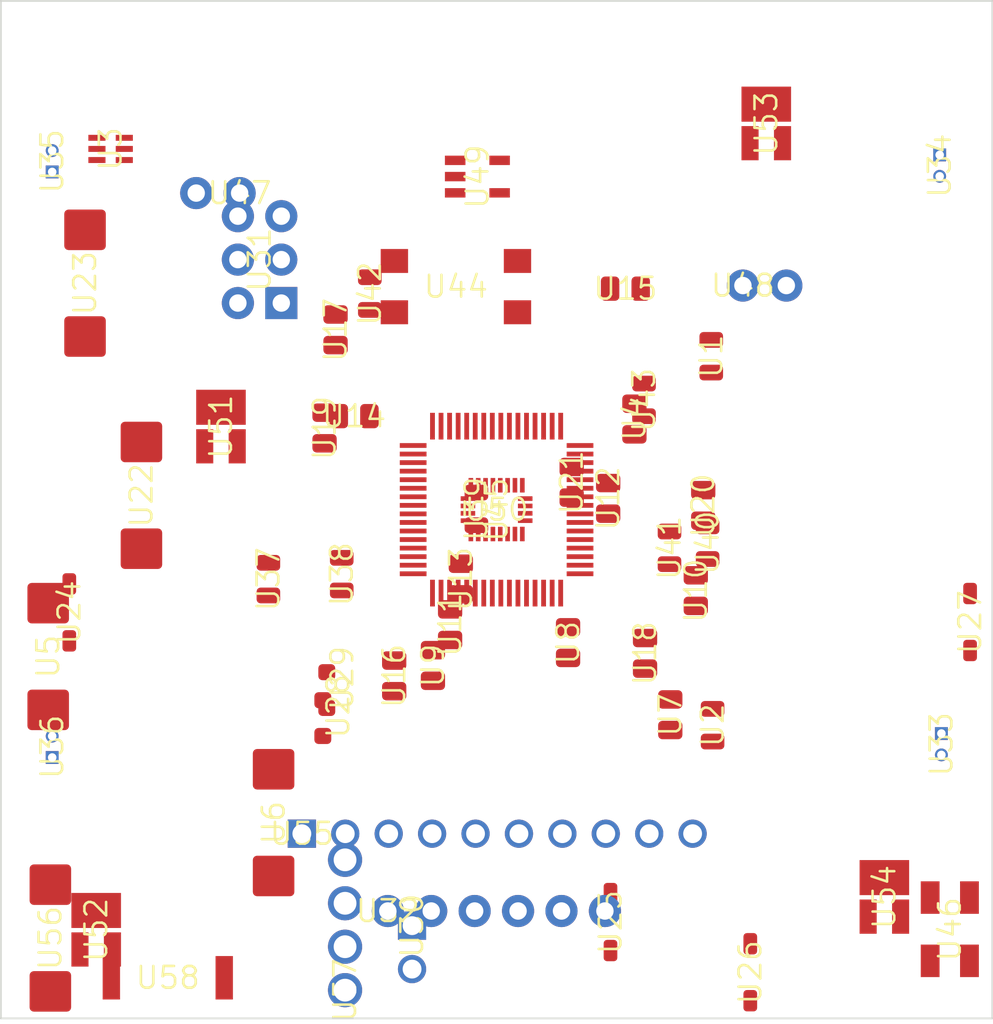
<source format=kicad_pcb>
(kicad_pcb (version 20171130) (host pcbnew "(5.1.4-0-10_14)")
  (layers (0 Top signal) (1 Route2 signal) (2 Route15 signal) (31 Bottom signal) (34 B.Paste user) (35 F.Paste user) (36 B.SilkS user) (37 F.SilkS user) (38 B.Mask user) (39 F.Mask user hide) (44 Edge.Cuts user))
  (net 0 "")
  (net 1 3V3)
  (net 2 GND)
  (net 3 VBAT)
  (net 4 BAT_GND)
  (net 5 "Net-(B1-Pad3)")
  (net 6 "Net-(B1-Pad4)")
  (net 7 "Net-(C3-Pad1)")
  (net 8 "Net-(C1-Pad1)")
  (net 9 "Net-(C2-Pad1)")
  (net 10 /PWM3)
  (net 11 /PWM2)
  (net 12 /PWM1)
  (net 13 /TX0)
  (net 14 /RX0)
  (net 15 /PWM4)
  (net 16 /MISO)
  (net 17 /MOSI)
  (net 18 /SCK)
  (net 19 /SDA)
  (net 20 /SCL)
  (net 21 "Net-(C4-Pad1)")
  (net 22 /RESET)
  (net 23 "Net-(D1-PadA)")
  (net 24 "Net-(C18-Pad1)")
  (net 25 "Net-(C19-Pad1)")
  (net 26 "Net-(B1-Pad2)")
  (net 27 "Net-(B1-Pad1)")
  (net 28 "Net-(D2-PadA)")
  (net 29 "Net-(D3-PadA)")
  (net 30 "Net-(D4-PadA)")
  (net 31 /DTR)
  (net 32 "Net-(D7-Pad1)")
  (net 33 "Net-(D8-Pad2)")
  (net 34 /LED2)
  (net 35 /LED1)
  (module quadcopter:LEDSC125X200X120-2_HS (layer Top) (at 138.567848 115.554190 270.000000)
    (fp_text reference U29 (at -0.7 -0.9 270) (layer F.SilkS) (effects (font (size 1.27 1.27))))
    (fp_text value "" (at -0.7 -0.9 270) (layer F.SilkS) (effects (font (size 1.27 1.27))))
    (pad 1 smd roundrect (at -1.045 0 90.000000) (size 0.94 0.99) (layers Top) (roundrect_rratio 0.255) (net 2 GND))
    (pad 2 smd roundrect (at 1.045 0 270.000000) (size 0.94 0.99) (layers Top) (roundrect_rratio 0.255) (net 33 "Net-(D8-Pad2)"))
  )
  (module quadcopter:LEDSC125X200X120-2_HS (layer Top) (at 138.336491 117.194162 270.000000)
    (fp_text reference U28 (at -0.7 -0.9 270) (layer F.SilkS) (effects (font (size 1.27 1.27))))
    (fp_text value "" (at -0.7 -0.9 270) (layer F.SilkS) (effects (font (size 1.27 1.27))))
    (pad 1 smd roundrect (at -1.045 0 90.000000) (size 0.94 0.99) (layers Top) (roundrect_rratio 0.255) (net 32 "Net-(D7-Pad1)"))
    (pad 2 smd roundrect (at 1.045 0 270.000000) (size 0.94 0.99) (layers Top) (roundrect_rratio 0.255) (net 2 GND))
  )
  (module quadcopter:FTDI_BASIC_2PIN_2 (layer Bottom) (at 132.199503 86.494135 180.000000)
    (fp_text reference U47 (at -1.27 0 180) (layer F.SilkS) (effects (font (size 1.27 1.27))))
    (fp_text value "" (at -1.27 0 180) (layer F.SilkS) (effects (font (size 1.27 1.27))))
    (pad DTR thru_hole circle (at -1.27 0 90.000000) (size 1.8796 1.8796) (drill 1.016) (layers *.Cu *.Mask) (net 31 /DTR))
    (pad CTS thru_hole circle (at 1.27 0 90.000000) (size 1.8796 1.8796) (drill 1.016) (layers *.Cu *.Mask) (net 2 GND))
  )
  (module quadcopter:HDRVR4W80P254_1X4_1066X254X850B (layer Top) (at 139.636792 129.291100 90.000000)
    (fp_text reference U57 (at -3.81 0 90) (layer F.SilkS) (effects (font (size 1.27 1.27))))
    (fp_text value "" (at -3.81 0 90) (layer F.SilkS) (effects (font (size 1.27 1.27))))
    (pad 4 thru_hole circle (at 3.81 0 90.000000) (size 1.9971 1.9971) (drill 1.3314) (layers *.Cu *.Mask) (net 19 /SDA))
    (pad 3 thru_hole circle (at 1.27 0 90.000000) (size 1.9971 1.9971) (drill 1.3314) (layers *.Cu *.Mask) (net 20 /SCL))
    (pad 2 thru_hole circle (at -1.27 0 90.000000) (size 1.9971 1.9971) (drill 1.3314) (layers *.Cu *.Mask) (net 2 GND))
    (pad 1 thru_hole circle (at -3.81 0 90.000000) (size 1.9971 1.9971) (drill 1.3314) (layers *.Cu *.Mask) (net 1 3V3))
  )
  (module quadcopter:FTDI_BASIC (layer Top) (at 148.488400 128.473200)
    (fp_text reference U32 (at -6.35 0) (layer F.SilkS) (effects (font (size 1.27 1.27))))
    (fp_text value "" (at -6.35 0) (layer F.SilkS) (effects (font (size 1.27 1.27))))
    (pad VCC thru_hole circle (at 1.27 0 90.000000) (size 1.8796 1.8796) (drill 1.016) (layers *.Cu *.Mask) (net 1 3V3))
    (pad TXO thru_hole circle (at -1.27 0 90.000000) (size 1.8796 1.8796) (drill 1.016) (layers *.Cu *.Mask) (net 14 /RX0))
    (pad RXI thru_hole circle (at -3.81 0 90.000000) (size 1.8796 1.8796) (drill 1.016) (layers *.Cu *.Mask) (net 13 /TX0))
    (pad GND thru_hole circle (at 6.35 0 90.000000) (size 1.8796 1.8796) (drill 1.016) (layers *.Cu *.Mask) (net 2 GND))
    (pad DTR thru_hole circle (at -6.35 0 90.000000) (size 1.8796 1.8796) (drill 1.016) (layers *.Cu *.Mask) (net 31 /DTR))
    (pad CTS thru_hole circle (at 3.81 0 90.000000) (size 1.8796 1.8796) (drill 1.016) (layers *.Cu *.Mask))
  )
  (module quadcopter:HDRV10W63P254_10X1_2540X254H838_HS (layer Top) (at 148.539200 123.952000)
    (fp_text reference U55 (at -11.43 0) (layer F.SilkS) (effects (font (size 1.27 1.27))))
    (fp_text value "" (at -11.43 0) (layer F.SilkS) (effects (font (size 1.27 1.27))))
    (pad 9 thru_hole circle (at 8.89 0) (size 1.65 1.65) (drill 1.1) (layers *.Cu *.Mask) (net 19 /SDA))
    (pad 8 thru_hole circle (at 6.35 0) (size 1.65 1.65) (drill 1.1) (layers *.Cu *.Mask) (net 1 3V3))
    (pad 7 thru_hole circle (at 3.81 0) (size 1.65 1.65) (drill 1.1) (layers *.Cu *.Mask) (net 3 VBAT))
    (pad 6 thru_hole circle (at 1.27 0) (size 1.65 1.65) (drill 1.1) (layers *.Cu *.Mask) (net 12 /PWM1))
    (pad 5 thru_hole circle (at -1.27 0) (size 1.65 1.65) (drill 1.1) (layers *.Cu *.Mask) (net 11 /PWM2))
    (pad 4 thru_hole circle (at -3.81 0) (size 1.65 1.65) (drill 1.1) (layers *.Cu *.Mask) (net 10 /PWM3))
    (pad 3 thru_hole circle (at -6.35 0) (size 1.65 1.65) (drill 1.1) (layers *.Cu *.Mask) (net 15 /PWM4))
    (pad 2 thru_hole circle (at -8.89 0) (size 1.65 1.65) (drill 1.1) (layers *.Cu *.Mask) (net 4 BAT_GND))
    (pad 10 thru_hole circle (at 11.43 0) (size 1.65 1.65) (drill 1.1) (layers *.Cu *.Mask) (net 20 /SCL))
    (pad 1 thru_hole rect (at -11.43 0) (size 1.65 1.65) (drill 1.1) (layers *.Cu *.Mask) (net 2 GND))
  )
  (module quadcopter:MALE_HEADER_2X1_0.1IN (layer Top) (at 143.556587 130.599791 270.000000)
    (fp_text reference U30 (at -1.27 0 270) (layer F.SilkS) (effects (font (size 1.27 1.27))))
    (fp_text value "" (at -1.27 0 270) (layer F.SilkS) (effects (font (size 1.27 1.27))))
    (pad 2 thru_hole circle (at 1.27 0 350.000000) (size 1.65 1.65) (drill 1.1) (layers *.Cu *.Mask) (net 3 VBAT))
    (pad 1 thru_hole rect (at -1.27 0 270.000000) (size 1.65 1.65) (drill 1.1) (layers *.Cu *.Mask) (net 4 BAT_GND))
  )
  (module quadcopter:FTDI_BASIC_2PIN_1 (layer Bottom) (at 164.180834 91.901051)
    (fp_text reference U48 (at -1.27 0) (layer F.SilkS) (effects (font (size 1.27 1.27))))
    (fp_text value "" (at -1.27 0) (layer F.SilkS) (effects (font (size 1.27 1.27))))
    (pad TXO thru_hole circle (at -1.27 0 270.000000) (size 1.8796 1.8796) (drill 1.016) (layers *.Cu *.Mask) (net 14 /RX0))
    (pad RXI thru_hole circle (at 1.27 0 270.000000) (size 1.8796 1.8796) (drill 1.016) (layers *.Cu *.Mask) (net 13 /TX0))
  )
  (module quadcopter:MOLEX-0530470210 (layer Top) (at 175.158400 118.719600 90.000000)
    (fp_text reference U33 (at 0 -0.635 90) (layer F.SilkS) (effects (font (size 1.27 1.27))))
    (fp_text value "" (at 0 -0.635 90) (layer F.SilkS) (effects (font (size 1.27 1.27))))
    (pad 2 thru_hole circle (at -0.625 -0.635 90.000000) (size 0.75 0.75) (drill 0.5) (layers *.Cu *.Mask) (net 23 "Net-(D1-PadA)"))
    (pad 1 thru_hole rect (at 0.625 -0.635 90.000000) (size 0.75 0.75) (drill 0.5) (layers *.Cu *.Mask) (net 3 VBAT))
  )
  (module quadcopter:MOLEX-0530470210 (layer Top) (at 175.056800 84.886800 90.000000)
    (fp_text reference U34 (at 0 -0.635 90) (layer F.SilkS) (effects (font (size 1.27 1.27))))
    (fp_text value "" (at 0 -0.635 90) (layer F.SilkS) (effects (font (size 1.27 1.27))))
    (pad 2 thru_hole circle (at -0.625 -0.635 90.000000) (size 0.75 0.75) (drill 0.5) (layers *.Cu *.Mask) (net 28 "Net-(D2-PadA)"))
    (pad 1 thru_hole rect (at 0.625 -0.635 90.000000) (size 0.75 0.75) (drill 0.5) (layers *.Cu *.Mask) (net 3 VBAT))
  )
  (module quadcopter:MOLEX-0530470210 (layer Top) (at 121.869200 118.872000 270.000000)
    (fp_text reference U36 (at 0 -0.635 270) (layer F.SilkS) (effects (font (size 1.27 1.27))))
    (fp_text value "" (at 0 -0.635 270) (layer F.SilkS) (effects (font (size 1.27 1.27))))
    (pad 2 thru_hole circle (at -0.625 -0.635 270.000000) (size 0.75 0.75) (drill 0.5) (layers *.Cu *.Mask) (net 30 "Net-(D4-PadA)"))
    (pad 1 thru_hole rect (at 0.625 -0.635 270.000000) (size 0.75 0.75) (drill 0.5) (layers *.Cu *.Mask) (net 3 VBAT))
  )
  (module quadcopter:MOLEX-0530470210 (layer Top) (at 121.869200 84.632800 270.000000)
    (fp_text reference U35 (at 0 -0.635 270) (layer F.SilkS) (effects (font (size 1.27 1.27))))
    (fp_text value "" (at 0 -0.635 270) (layer F.SilkS) (effects (font (size 1.27 1.27))))
    (pad 2 thru_hole circle (at -0.625 -0.635 270.000000) (size 0.75 0.75) (drill 0.5) (layers *.Cu *.Mask) (net 29 "Net-(D3-PadA)"))
    (pad 1 thru_hole rect (at 0.625 -0.635 270.000000) (size 0.75 0.75) (drill 0.5) (layers *.Cu *.Mask) (net 3 VBAT))
  )
  (module quadcopter:RESC2012X60_HS (layer Top) (at 161.058709 96.033063 90.000000)
    (fp_text reference U1 (at 0 0 90) (layer F.SilkS) (effects (font (size 1.27 1.27))))
    (fp_text value "" (at 0 0 90) (layer F.SilkS) (effects (font (size 1.27 1.27))))
    (pad 1 smd roundrect (at -0.955 0 270.000000) (size 0.92 1.38) (layers Top) (net 32 "Net-(D7-Pad1)"))
    (pad 2 smd roundrect (at 0.955 0 90.000000) (size 0.92 1.38) (layers Top) (net 34 /LED2))
  )
  (module quadcopter:RESC2012X60_HS (layer Top) (at 161.136516 117.608674 90.000000)
    (fp_text reference U2 (at 0 0 90) (layer F.SilkS) (effects (font (size 1.27 1.27))))
    (fp_text value "" (at 0 0 90) (layer F.SilkS) (effects (font (size 1.27 1.27))))
    (pad 1 smd roundrect (at -0.955 0 270.000000) (size 0.92 1.38) (layers Top) (net 33 "Net-(D8-Pad2)"))
    (pad 2 smd roundrect (at 0.955 0 90.000000) (size 0.92 1.38) (layers Top) (net 35 /LED1))
  )
  (module quadcopter:BALUN (layer Top) (at 125.921847 83.911428 270.000000)
    (fp_text reference U3 (at 0 0 270) (layer F.SilkS) (effects (font (size 1.27 1.27))))
    (fp_text value "" (at 0 0 270) (layer F.SilkS) (effects (font (size 1.27 1.27))))
    (pad 6 smd rect (at -0.65 -0.8 270.000000) (size 0.35 1) (layers Top F.Mask F.Paste))
    (pad 5 smd rect (at 0 -0.8 270.000000) (size 0.35 1) (layers Top F.Mask F.Paste) (net 2 GND))
    (pad 4 smd rect (at 0.65 -0.8 270.000000) (size 0.35 1) (layers Top F.Mask F.Paste) (net 6 "Net-(B1-Pad4)"))
    (pad 3 smd rect (at 0.65 0.8 270.000000) (size 0.35 1) (layers Top F.Mask F.Paste) (net 5 "Net-(B1-Pad3)"))
    (pad 2 smd rect (at 0 0.8 270.000000) (size 0.35 1) (layers Top F.Mask F.Paste) (net 26 "Net-(B1-Pad2)"))
    (pad 1 smd rect (at -0.65 0.8 270.000000) (size 0.35 1) (layers Top F.Mask F.Paste) (net 27 "Net-(B1-Pad1)"))
  )
  (module quadcopter:CAPC2012X140_HS (layer Top) (at 156.563631 99.706069 90.000000)
    (fp_text reference U4 (at 0 0 90) (layer F.SilkS) (effects (font (size 1.27 1.27))))
    (fp_text value "" (at 0 0 90) (layer F.SilkS) (effects (font (size 1.27 1.27))))
    (pad 2 smd roundrect (at 0.895 0 90.000000) (size 1.08 1.42) (layers Top) (roundrect_rratio 0.23) (net 2 GND))
    (pad 1 smd roundrect (at -0.895 0 270.000000) (size 1.08 1.42) (layers Top) (roundrect_rratio 0.23) (net 8 "Net-(C1-Pad1)"))
  )
  (module quadcopter:CAPMP7343X310_HS (layer Top) (at 122.270341 113.593065 270.000000)
    (fp_text reference U5 (at 0 0 270) (layer F.SilkS) (effects (font (size 1.27 1.27))))
    (fp_text value "" (at 0 0 270) (layer F.SilkS) (effects (font (size 1.27 1.27))))
    (pad 2 smd roundrect (at 3.12 0 270.000000) (size 2.37 2.43) (layers Top) (roundrect_rratio 0.105) (net 4 BAT_GND))
    (pad 1 smd roundrect (at -3.12 0 90.000000) (size 2.37 2.43) (layers Top) (roundrect_rratio 0.105) (net 3 VBAT))
  )
  (module quadcopter:CAPMP7343X310_HS (layer Top) (at 135.456372 123.305058 270.000000)
    (fp_text reference U6 (at 0 0 270) (layer F.SilkS) (effects (font (size 1.27 1.27))))
    (fp_text value "" (at 0 0 270) (layer F.SilkS) (effects (font (size 1.27 1.27))))
    (pad 2 smd roundrect (at 3.12 0 270.000000) (size 2.37 2.43) (layers Top) (roundrect_rratio 0.105) (net 4 BAT_GND))
    (pad 1 smd roundrect (at -3.12 0 90.000000) (size 2.37 2.43) (layers Top) (roundrect_rratio 0.105) (net 3 VBAT))
  )
  (module quadcopter:CAPC2012X140_HS (layer Top) (at 158.661963 116.996352 270.000000)
    (fp_text reference U7 (at 0 0 270) (layer F.SilkS) (effects (font (size 1.27 1.27))))
    (fp_text value "" (at 0 0 270) (layer F.SilkS) (effects (font (size 1.27 1.27))))
    (pad 2 smd roundrect (at 0.895 0 270.000000) (size 1.08 1.42) (layers Top) (roundrect_rratio 0.23) (net 4 BAT_GND))
    (pad 1 smd roundrect (at -0.895 0 90.000000) (size 1.08 1.42) (layers Top) (roundrect_rratio 0.23) (net 3 VBAT))
  )
  (module quadcopter:CAPC2012X140_HS (layer Top) (at 152.682738 112.779537 270.000000)
    (fp_text reference U8 (at 0 0 270) (layer F.SilkS) (effects (font (size 1.27 1.27))))
    (fp_text value "" (at 0 0 270) (layer F.SilkS) (effects (font (size 1.27 1.27))))
    (pad 2 smd roundrect (at 0.895 0 270.000000) (size 1.08 1.42) (layers Top) (roundrect_rratio 0.23) (net 2 GND))
    (pad 1 smd roundrect (at -0.895 0 90.000000) (size 1.08 1.42) (layers Top) (roundrect_rratio 0.23) (net 1 3V3))
  )
  (module quadcopter:CAPC2012X140_HS (layer Top) (at 144.776844 114.115875 270.000000)
    (fp_text reference U9 (at 0 0 270) (layer F.SilkS) (effects (font (size 1.27 1.27))))
    (fp_text value "" (at 0 0 270) (layer F.SilkS) (effects (font (size 1.27 1.27))))
    (pad 2 smd roundrect (at 0.895 0 270.000000) (size 1.08 1.42) (layers Top) (roundrect_rratio 0.23) (net 22 /RESET))
    (pad 1 smd roundrect (at -0.895 0 90.000000) (size 1.08 1.42) (layers Top) (roundrect_rratio 0.23) (net 31 /DTR))
  )
  (module quadcopter:CAPC2012X140_HS (layer Top) (at 160.153819 109.737084 270.000000)
    (fp_text reference U10 (at 0 0 270) (layer F.SilkS) (effects (font (size 1.27 1.27))))
    (fp_text value "" (at 0 0 270) (layer F.SilkS) (effects (font (size 1.27 1.27))))
    (pad 2 smd roundrect (at 0.895 0 270.000000) (size 1.08 1.42) (layers Top) (roundrect_rratio 0.23) (net 2 GND))
    (pad 1 smd roundrect (at -0.895 0 90.000000) (size 1.08 1.42) (layers Top) (roundrect_rratio 0.23) (net 24 "Net-(C18-Pad1)"))
  )
  (module quadcopter:CAPC2012X140_HS (layer Top) (at 145.782229 111.730617 270.000000)
    (fp_text reference U11 (at 0 0 270) (layer F.SilkS) (effects (font (size 1.27 1.27))))
    (fp_text value "" (at 0 0 270) (layer F.SilkS) (effects (font (size 1.27 1.27))))
    (pad 2 smd roundrect (at 0.895 0 270.000000) (size 1.08 1.42) (layers Top) (roundrect_rratio 0.23) (net 2 GND))
    (pad 1 smd roundrect (at -0.895 0 90.000000) (size 1.08 1.42) (layers Top) (roundrect_rratio 0.23) (net 25 "Net-(C19-Pad1)"))
  )
  (module quadcopter:CAPC2012X140_HS (layer Top) (at 155.029207 104.344802 270.000000)
    (fp_text reference U12 (at 0 0 270) (layer F.SilkS) (effects (font (size 1.27 1.27))))
    (fp_text value "" (at 0 0 270) (layer F.SilkS) (effects (font (size 1.27 1.27))))
    (pad 2 smd roundrect (at 0.895 0 270.000000) (size 1.08 1.42) (layers Top) (roundrect_rratio 0.23) (net 2 GND))
    (pad 1 smd roundrect (at -0.895 0 90.000000) (size 1.08 1.42) (layers Top) (roundrect_rratio 0.23) (net 9 "Net-(C2-Pad1)"))
  )
  (module quadcopter:CAPC2012X140_HS (layer Top) (at 146.409154 109.061573 270.000000)
    (fp_text reference U13 (at 0 0 270) (layer F.SilkS) (effects (font (size 1.27 1.27))))
    (fp_text value "" (at 0 0 270) (layer F.SilkS) (effects (font (size 1.27 1.27))))
    (pad 2 smd roundrect (at 0.895 0 270.000000) (size 1.08 1.42) (layers Top) (roundrect_rratio 0.23) (net 2 GND))
    (pad 1 smd roundrect (at -0.895 0 90.000000) (size 1.08 1.42) (layers Top) (roundrect_rratio 0.23) (net 1 3V3))
  )
  (module quadcopter:CAPC2012X140_HS (layer Top) (at 140.165683 99.536402 180.000000)
    (fp_text reference U14 (at 0 0 180) (layer F.SilkS) (effects (font (size 1.27 1.27))))
    (fp_text value "" (at 0 0 180) (layer F.SilkS) (effects (font (size 1.27 1.27))))
    (pad 2 smd roundrect (at 0.895 0 180.000000) (size 1.08 1.42) (layers Top) (roundrect_rratio 0.23) (net 2 GND))
    (pad 1 smd roundrect (at -0.895 0) (size 1.08 1.42) (layers Top) (roundrect_rratio 0.23) (net 26 "Net-(B1-Pad2)"))
  )
  (module quadcopter:CAPC2012X140_HS (layer Top) (at 156.037146 92.082187)
    (fp_text reference U15 (at 0 0) (layer F.SilkS) (effects (font (size 1.27 1.27))))
    (fp_text value "" (at 0 0) (layer F.SilkS) (effects (font (size 1.27 1.27))))
    (pad 2 smd roundrect (at 0.895 0) (size 1.08 1.42) (layers Top) (roundrect_rratio 0.23) (net 2 GND))
    (pad 1 smd roundrect (at -0.895 0 180.000000) (size 1.08 1.42) (layers Top) (roundrect_rratio 0.23) (net 27 "Net-(B1-Pad1)"))
  )
  (module quadcopter:CAPC2012X140_HS (layer Top) (at 142.511482 114.723992 90.000000)
    (fp_text reference U16 (at 0 0 90) (layer F.SilkS) (effects (font (size 1.27 1.27))))
    (fp_text value "" (at 0 0 90) (layer F.SilkS) (effects (font (size 1.27 1.27))))
    (pad 2 smd roundrect (at 0.895 0 90.000000) (size 1.08 1.42) (layers Top) (roundrect_rratio 0.23) (net 2 GND))
    (pad 1 smd roundrect (at -0.895 0 270.000000) (size 1.08 1.42) (layers Top) (roundrect_rratio 0.23) (net 1 3V3))
  )
  (module quadcopter:CAPC2012X140_HS (layer Top) (at 139.079810 94.488739 270.000000)
    (fp_text reference U17 (at 0 0 270) (layer F.SilkS) (effects (font (size 1.27 1.27))))
    (fp_text value "" (at 0 0 270) (layer F.SilkS) (effects (font (size 1.27 1.27))))
    (pad 2 smd roundrect (at 0.895 0 270.000000) (size 1.08 1.42) (layers Top) (roundrect_rratio 0.23) (net 2 GND))
    (pad 1 smd roundrect (at -0.895 0 90.000000) (size 1.08 1.42) (layers Top) (roundrect_rratio 0.23) (net 1 3V3))
  )
  (module quadcopter:CAPC2012X140_HS (layer Top) (at 157.185943 113.405275 90.000000)
    (fp_text reference U18 (at 0 0 90) (layer F.SilkS) (effects (font (size 1.27 1.27))))
    (fp_text value "" (at 0 0 90) (layer F.SilkS) (effects (font (size 1.27 1.27))))
    (pad 2 smd roundrect (at 0.895 0 90.000000) (size 1.08 1.42) (layers Top) (roundrect_rratio 0.23) (net 2 GND))
    (pad 1 smd roundrect (at -0.895 0 270.000000) (size 1.08 1.42) (layers Top) (roundrect_rratio 0.23) (net 1 3V3))
  )
  (module quadcopter:CAPC2012X140_HS (layer Top) (at 138.437257 100.229896 270.000000)
    (fp_text reference U19 (at 0 0 270) (layer F.SilkS) (effects (font (size 1.27 1.27))))
    (fp_text value "" (at 0 0 270) (layer F.SilkS) (effects (font (size 1.27 1.27))))
    (pad 2 smd roundrect (at 0.895 0 270.000000) (size 1.08 1.42) (layers Top) (roundrect_rratio 0.23) (net 2 GND))
    (pad 1 smd roundrect (at -0.895 0 90.000000) (size 1.08 1.42) (layers Top) (roundrect_rratio 0.23) (net 1 3V3))
  )
  (module quadcopter:CAPC2012X140_HS (layer Top) (at 160.589562 104.757974 90.000000)
    (fp_text reference U20 (at 0 0 90) (layer F.SilkS) (effects (font (size 1.27 1.27))))
    (fp_text value "" (at 0 0 90) (layer F.SilkS) (effects (font (size 1.27 1.27))))
    (pad 2 smd roundrect (at 0.895 0 90.000000) (size 1.08 1.42) (layers Top) (roundrect_rratio 0.23) (net 2 GND))
    (pad 1 smd roundrect (at -0.895 0 270.000000) (size 1.08 1.42) (layers Top) (roundrect_rratio 0.23) (net 7 "Net-(C3-Pad1)"))
  )
  (module quadcopter:CAPC2012X140_HS (layer Top) (at 152.893908 103.404828 90.000000)
    (fp_text reference U21 (at 0 0 90) (layer F.SilkS) (effects (font (size 1.27 1.27))))
    (fp_text value "" (at 0 0 90) (layer F.SilkS) (effects (font (size 1.27 1.27))))
    (pad 2 smd roundrect (at 0.895 0 90.000000) (size 1.08 1.42) (layers Top) (roundrect_rratio 0.23) (net 2 GND))
    (pad 1 smd roundrect (at -0.895 0 270.000000) (size 1.08 1.42) (layers Top) (roundrect_rratio 0.23) (net 21 "Net-(C4-Pad1)"))
  )
  (module quadcopter:CAPMP7343X310_HS (layer Top) (at 127.724159 104.168414 270.000000)
    (fp_text reference U22 (at 0 0 270) (layer F.SilkS) (effects (font (size 1.27 1.27))))
    (fp_text value "" (at 0 0 270) (layer F.SilkS) (effects (font (size 1.27 1.27))))
    (pad 2 smd roundrect (at 3.12 0 270.000000) (size 2.37 2.43) (layers Top) (roundrect_rratio 0.105) (net 4 BAT_GND))
    (pad 1 smd roundrect (at -3.12 0 90.000000) (size 2.37 2.43) (layers Top) (roundrect_rratio 0.105) (net 3 VBAT))
  )
  (module quadcopter:CAPMP7343X310_HS (layer Top) (at 124.425173 91.762319 270.000000)
    (fp_text reference U23 (at 0 0 270) (layer F.SilkS) (effects (font (size 1.27 1.27))))
    (fp_text value "" (at 0 0 270) (layer F.SilkS) (effects (font (size 1.27 1.27))))
    (pad 2 smd roundrect (at 3.12 0 270.000000) (size 2.37 2.43) (layers Top) (roundrect_rratio 0.105) (net 4 BAT_GND))
    (pad 1 smd roundrect (at -3.12 0 90.000000) (size 2.37 2.43) (layers Top) (roundrect_rratio 0.105) (net 3 VBAT))
  )
  (module quadcopter:SOD3716X135_HS (layer Top) (at 123.506081 111.012573 270.000000)
    (fp_text reference U24 (at 0 0 270) (layer F.SilkS) (effects (font (size 1.27 1.27))))
    (fp_text value "" (at 0 0 270) (layer F.SilkS) (effects (font (size 1.27 1.27))))
    (pad C smd roundrect (at -1.665 0 90.000000) (size 1.25 0.8) (layers Top) (net 3 VBAT))
    (pad A smd roundrect (at 1.665 0 270.000000) (size 1.25 0.8) (layers Top) (net 23 "Net-(D1-PadA)"))
  )
  (module quadcopter:SOD3716X135_HS (layer Top) (at 155.164279 129.120555 270.000000)
    (fp_text reference U25 (at 0 0 270) (layer F.SilkS) (effects (font (size 1.27 1.27))))
    (fp_text value "" (at 0 0 270) (layer F.SilkS) (effects (font (size 1.27 1.27))))
    (pad C smd roundrect (at -1.665 0 90.000000) (size 1.25 0.8) (layers Top) (net 3 VBAT))
    (pad A smd roundrect (at 1.665 0 270.000000) (size 1.25 0.8) (layers Top) (net 28 "Net-(D2-PadA)"))
  )
  (module quadcopter:SOD3716X135_HS (layer Top) (at 163.342243 132.053600 270.000000)
    (fp_text reference U26 (at 0 0 270) (layer F.SilkS) (effects (font (size 1.27 1.27))))
    (fp_text value "" (at 0 0 270) (layer F.SilkS) (effects (font (size 1.27 1.27))))
    (pad C smd roundrect (at -1.665 0 90.000000) (size 1.25 0.8) (layers Top) (net 3 VBAT))
    (pad A smd roundrect (at 1.665 0 270.000000) (size 1.25 0.8) (layers Top) (net 29 "Net-(D3-PadA)"))
  )
  (module quadcopter:SOD3716X135_HS (layer Top) (at 176.201100 111.574891 270.000000)
    (fp_text reference U27 (at 0 0 270) (layer F.SilkS) (effects (font (size 1.27 1.27))))
    (fp_text value "" (at 0 0 270) (layer F.SilkS) (effects (font (size 1.27 1.27))))
    (pad C smd roundrect (at -1.665 0 90.000000) (size 1.25 0.8) (layers Top) (net 3 VBAT))
    (pad A smd roundrect (at 1.665 0 270.000000) (size 1.25 0.8) (layers Top) (net 30 "Net-(D4-PadA)"))
  )
  (module quadcopter:2X3-NS (layer Top) (at 134.637489 90.384348 90.000000)
    (fp_text reference U31 (at 0 0 90) (layer F.SilkS) (effects (font (size 1.27 1.27))))
    (fp_text value "" (at 0 0 90) (layer F.SilkS) (effects (font (size 1.27 1.27))))
    (pad 6 thru_hole circle (at 2.54 -1.27 90.000000) (size 1.8796 1.8796) (drill 1.016) (layers *.Cu *.Mask) (net 2 GND))
    (pad 5 thru_hole circle (at 2.54 1.27 90.000000) (size 1.8796 1.8796) (drill 1.016) (layers *.Cu *.Mask) (net 22 /RESET))
    (pad 4 thru_hole circle (at 0 -1.27 90.000000) (size 1.8796 1.8796) (drill 1.016) (layers *.Cu *.Mask) (net 17 /MOSI))
    (pad 3 thru_hole circle (at 0 1.27 90.000000) (size 1.8796 1.8796) (drill 1.016) (layers *.Cu *.Mask) (net 18 /SCK))
    (pad 2 thru_hole circle (at -2.54 -1.27 90.000000) (size 1.8796 1.8796) (drill 1.016) (layers *.Cu *.Mask))
    (pad 1 thru_hole rect (at -2.54 1.27 90.000000) (size 1.8796 1.8796) (drill 1.016) (layers *.Cu *.Mask) (net 16 /MISO))
  )
  (module quadcopter:RESC2012X60_HS (layer Top) (at 135.151775 109.067168 90.000000)
    (fp_text reference U37 (at 0 0 90) (layer F.SilkS) (effects (font (size 1.27 1.27))))
    (fp_text value "" (at 0 0 90) (layer F.SilkS) (effects (font (size 1.27 1.27))))
    (pad 1 smd roundrect (at -0.955 0 270.000000) (size 0.92 1.38) (layers Top) (net 22 /RESET))
    (pad 2 smd roundrect (at 0.955 0 90.000000) (size 0.92 1.38) (layers Top) (net 1 3V3))
  )
  (module quadcopter:RESC2012X60_HS (layer Top) (at 139.442225 108.775377 90.000000)
    (fp_text reference U38 (at 0 0 90) (layer F.SilkS) (effects (font (size 1.27 1.27))))
    (fp_text value "" (at 0 0 90) (layer F.SilkS) (effects (font (size 1.27 1.27))))
    (pad 1 smd roundrect (at -0.955 0 270.000000) (size 0.92 1.38) (layers Top) (net 19 /SDA))
    (pad 2 smd roundrect (at 0.955 0 90.000000) (size 0.92 1.38) (layers Top) (net 1 3V3))
  )
  (module quadcopter:RESC2012X60_HS (layer Top) (at 147.320581 104.960738 90.000000)
    (fp_text reference U39 (at 0 0 90) (layer F.SilkS) (effects (font (size 1.27 1.27))))
    (fp_text value "" (at 0 0 90) (layer F.SilkS) (effects (font (size 1.27 1.27))))
    (pad 1 smd roundrect (at -0.955 0 270.000000) (size 0.92 1.38) (layers Top) (net 20 /SCL))
    (pad 2 smd roundrect (at 0.955 0 90.000000) (size 0.92 1.38) (layers Top) (net 1 3V3))
  )
  (module quadcopter:RESC2012X60_HS (layer Top) (at 160.845225 106.935972 270.000000)
    (fp_text reference U40 (at 0 0 270) (layer F.SilkS) (effects (font (size 1.27 1.27))))
    (fp_text value "" (at 0 0 270) (layer F.SilkS) (effects (font (size 1.27 1.27))))
    (pad 1 smd roundrect (at -0.955 0 90.000000) (size 0.92 1.38) (layers Top) (net 12 /PWM1))
    (pad 2 smd roundrect (at 0.955 0 270.000000) (size 0.92 1.38) (layers Top) (net 2 GND))
  )
  (module quadcopter:RESC2012X60_HS (layer Top) (at 158.617037 107.237615 90.000000)
    (fp_text reference U41 (at 0 0 90) (layer F.SilkS) (effects (font (size 1.27 1.27))))
    (fp_text value "" (at 0 0 90) (layer F.SilkS) (effects (font (size 1.27 1.27))))
    (pad 1 smd roundrect (at -0.955 0 270.000000) (size 0.92 1.38) (layers Top) (net 11 /PWM2))
    (pad 2 smd roundrect (at 0.955 0 90.000000) (size 0.92 1.38) (layers Top) (net 2 GND))
  )
  (module quadcopter:RESC2012X60_HS (layer Top) (at 141.085451 92.369276 90.000000)
    (fp_text reference U42 (at 0 0 90) (layer F.SilkS) (effects (font (size 1.27 1.27))))
    (fp_text value "" (at 0 0 90) (layer F.SilkS) (effects (font (size 1.27 1.27))))
    (pad 1 smd roundrect (at -0.955 0 270.000000) (size 0.92 1.38) (layers Top) (net 10 /PWM3))
    (pad 2 smd roundrect (at 0.955 0 90.000000) (size 0.92 1.38) (layers Top) (net 2 GND))
  )
  (module quadcopter:RESC2012X60_HS (layer Top) (at 157.126555 98.587092 270.000000)
    (fp_text reference U43 (at 0 0 270) (layer F.SilkS) (effects (font (size 1.27 1.27))))
    (fp_text value "" (at 0 0 270) (layer F.SilkS) (effects (font (size 1.27 1.27))))
    (pad 1 smd roundrect (at -0.955 0 90.000000) (size 0.92 1.38) (layers Top) (net 15 /PWM4))
    (pad 2 smd roundrect (at 0.955 0 270.000000) (size 0.92 1.38) (layers Top) (net 2 GND))
  )
  (module quadcopter:4.5MM_TACTILE_SWITCH_TL3305AF160QG (layer Top) (at 146.122285 91.963699 180.000000)
    (fp_text reference U44 (at 0 0 180) (layer F.SilkS) (effects (font (size 1.27 1.27))))
    (fp_text value "" (at 0 0 180) (layer F.SilkS) (effects (font (size 1.27 1.27))))
    (pad 4 smd rect (at 3.6 -1.5 270.000000) (size 1.4 1.6) (layers Top F.Mask F.Paste) (net 22 /RESET))
    (pad 3 smd rect (at -3.6 -1.5 270.000000) (size 1.4 1.6) (layers Top F.Mask F.Paste) (net 22 /RESET))
    (pad 2 smd rect (at 3.6 1.5 270.000000) (size 1.4 1.6) (layers Top F.Mask F.Paste) (net 2 GND))
    (pad 1 smd rect (at -3.6 1.5 270.000000) (size 1.4 1.6) (layers Top F.Mask F.Paste) (net 2 GND))
  )
  (module quadcopter:QFN-64 (layer Top) (at 148.501100 105.003600 270.000000)
    (fp_text reference U45 (at 0 0 270) (layer F.SilkS) (effects (font (size 1.27 1.27))))
    (fp_text value "" (at 0 0 270) (layer F.SilkS) (effects (font (size 1.27 1.27))))
    (pad 9 smd rect (at -4.881 0.25 180.000000) (size 0.28 1.562) (layers Top F.Mask F.Paste) (net 5 "Net-(B1-Pad3)"))
    (pad 8 smd rect (at -4.881 -0.25 180.000000) (size 0.28 1.562) (layers Top F.Mask F.Paste) (net 6 "Net-(B1-Pad4)"))
    (pad 7 smd rect (at -4.881 -0.75 180.000000) (size 0.28 1.562) (layers Top F.Mask F.Paste) (net 2 GND))
    (pad 64 smd rect (at -3.75 -4.881 270.000000) (size 0.28 1.562) (layers Top F.Mask F.Paste))
    (pad 63 smd rect (at -3.25 -4.881 270.000000) (size 0.28 1.562) (layers Top F.Mask F.Paste))
    (pad 62 smd rect (at -2.75 -4.881 270.000000) (size 0.28 1.562) (layers Top F.Mask F.Paste))
    (pad 61 smd rect (at -2.25 -4.881 270.000000) (size 0.28 1.562) (layers Top F.Mask F.Paste) (net 2 GND))
    (pad 60 smd rect (at -1.75 -4.881 270.000000) (size 0.28 1.562) (layers Top F.Mask F.Paste) (net 7 "Net-(C3-Pad1)"))
    (pad 6 smd rect (at -4.881 -1.25 180.000000) (size 0.28 1.562) (layers Top F.Mask F.Paste))
    (pad 59 smd rect (at -1.25 -4.881 270.000000) (size 0.28 1.562) (layers Top F.Mask F.Paste) (net 1 3V3))
    (pad 58 smd rect (at -0.75 -4.881 270.000000) (size 0.28 1.562) (layers Top F.Mask F.Paste) (net 2 GND))
    (pad 57 smd rect (at -0.25 -4.881 270.000000) (size 0.28 1.562) (layers Top F.Mask F.Paste) (net 8 "Net-(C1-Pad1)"))
    (pad 56 smd rect (at 0.25 -4.881 270.000000) (size 0.28 1.562) (layers Top F.Mask F.Paste) (net 9 "Net-(C2-Pad1)"))
    (pad 55 smd rect (at 0.75 -4.881 270.000000) (size 0.28 1.562) (layers Top F.Mask F.Paste) (net 2 GND))
    (pad 54 smd rect (at 1.25 -4.881 270.000000) (size 0.28 1.562) (layers Top F.Mask F.Paste) (net 1 3V3))
    (pad 53 smd rect (at 1.75 -4.881 270.000000) (size 0.28 1.562) (layers Top F.Mask F.Paste))
    (pad 52 smd rect (at 2.25 -4.881 270.000000) (size 0.28 1.562) (layers Top F.Mask F.Paste))
    (pad 51 smd rect (at 2.75 -4.881 270.000000) (size 0.28 1.562) (layers Top F.Mask F.Paste) (net 10 /PWM3))
    (pad 50 smd rect (at 3.25 -4.881 270.000000) (size 0.28 1.562) (layers Top F.Mask F.Paste) (net 11 /PWM2))
    (pad 5 smd rect (at -4.881 -1.75 180.000000) (size 0.28 1.562) (layers Top F.Mask F.Paste))
    (pad 49 smd rect (at 3.75 -4.881 270.000000) (size 0.28 1.562) (layers Top F.Mask F.Paste) (net 12 /PWM1))
    (pad 48 smd rect (at 4.881 -3.75) (size 0.28 1.562) (layers Top F.Mask F.Paste))
    (pad 47 smd rect (at 4.881 -3.25) (size 0.28 1.562) (layers Top F.Mask F.Paste) (net 13 /TX0))
    (pad 46 smd rect (at 4.881 -2.75) (size 0.28 1.562) (layers Top F.Mask F.Paste) (net 14 /RX0))
    (pad 45 smd rect (at 4.881 -2.25) (size 0.28 1.562) (layers Top F.Mask F.Paste) (net 2 GND))
    (pad 44 smd rect (at 4.881 -1.75) (size 0.28 1.562) (layers Top F.Mask F.Paste) (net 1 3V3))
    (pad 43 smd rect (at 4.881 -1.25) (size 0.28 1.562) (layers Top F.Mask F.Paste))
    (pad 42 smd rect (at 4.881 -0.75) (size 0.28 1.562) (layers Top F.Mask F.Paste))
    (pad 41 smd rect (at 4.881 -0.25) (size 0.28 1.562) (layers Top F.Mask F.Paste) (net 15 /PWM4))
    (pad 40 smd rect (at 4.881 0.25) (size 0.28 1.562) (layers Top F.Mask F.Paste))
    (pad 4 smd rect (at -4.881 -2.25 180.000000) (size 0.28 1.562) (layers Top F.Mask F.Paste))
    (pad 39 smd rect (at 4.881 0.75) (size 0.28 1.562) (layers Top F.Mask F.Paste) (net 16 /MISO))
    (pad 38 smd rect (at 4.881 1.25) (size 0.28 1.562) (layers Top F.Mask F.Paste) (net 17 /MOSI))
    (pad 37 smd rect (at 4.881 1.75) (size 0.28 1.562) (layers Top F.Mask F.Paste) (net 18 /SCK))
    (pad 36 smd rect (at 4.881 2.25) (size 0.28 1.562) (layers Top F.Mask F.Paste))
    (pad 35 smd rect (at 4.881 2.75) (size 0.28 1.562) (layers Top F.Mask F.Paste) (net 2 GND))
    (pad 34 smd rect (at 4.881 3.25) (size 0.28 1.562) (layers Top F.Mask F.Paste) (net 1 3V3))
    (pad 33 smd rect (at 4.881 3.75) (size 0.28 1.562) (layers Top F.Mask F.Paste) (net 2 GND))
    (pad 32 smd rect (at 3.75 4.881 270.000000) (size 0.28 1.562) (layers Top F.Mask F.Paste))
    (pad 31 smd rect (at 3.25 4.881 270.000000) (size 0.28 1.562) (layers Top F.Mask F.Paste))
    (pad 30 smd rect (at 2.75 4.881 270.000000) (size 0.28 1.562) (layers Top F.Mask F.Paste))
    (pad 3 smd rect (at -4.881 -2.75 180.000000) (size 0.28 1.562) (layers Top F.Mask F.Paste))
    (pad 29 smd rect (at 2.25 4.881 270.000000) (size 0.28 1.562) (layers Top F.Mask F.Paste))
    (pad 28 smd rect (at 1.75 4.881 90.000000) (size 0.28 1.562) (layers Top F.Mask F.Paste))
    (pad 27 smd rect (at 1.25 4.881 90.000000) (size 0.28 1.562) (layers Top F.Mask F.Paste))
    (pad 26 smd rect (at 0.75 4.881 90.000000) (size 0.28 1.562) (layers Top F.Mask F.Paste) (net 19 /SDA))
    (pad 25 smd rect (at 0.25 4.881 90.000000) (size 0.28 1.562) (layers Top F.Mask F.Paste) (net 20 /SCL))
    (pad 24 smd rect (at -0.25 4.881 90.000000) (size 0.28 1.562) (layers Top F.Mask F.Paste) (net 2 GND))
    (pad 23 smd rect (at -0.75 4.881 90.000000) (size 0.28 1.562) (layers Top F.Mask F.Paste) (net 1 3V3))
    (pad 22 smd rect (at -1.25 4.881 90.000000) (size 0.28 1.562) (layers Top F.Mask F.Paste) (net 21 "Net-(C4-Pad1)"))
    (pad 21 smd rect (at -1.75 4.881 90.000000) (size 0.28 1.562) (layers Top F.Mask F.Paste) (net 21 "Net-(C4-Pad1)"))
    (pad 20 smd rect (at -2.25 4.881 90.000000) (size 0.28 1.562) (layers Top F.Mask F.Paste) (net 2 GND))
    (pad 2 smd rect (at -4.881 -3.25 180.000000) (size 0.28 1.562) (layers Top F.Mask F.Paste))
    (pad 19 smd rect (at -2.75 4.881 90.000000) (size 0.28 1.562) (layers Top F.Mask F.Paste))
    (pad 18 smd rect (at -3.25 4.881 90.000000) (size 0.28 1.562) (layers Top F.Mask F.Paste))
    (pad 17 smd rect (at -3.75 4.881 90.000000) (size 0.28 1.562) (layers Top F.Mask F.Paste))
    (pad 16 smd rect (at -4.881 3.75) (size 0.28 1.562) (layers Top F.Mask F.Paste))
    (pad 15 smd rect (at -4.881 3.25) (size 0.28 1.562) (layers Top F.Mask F.Paste) (net 34 /LED2))
    (pad 14 smd rect (at -4.881 2.75 180.000000) (size 0.28 1.562) (layers Top F.Mask F.Paste) (net 35 /LED1))
    (pad 13 smd rect (at -4.881 2.25 180.000000) (size 0.28 1.562) (layers Top F.Mask F.Paste))
    (pad 12 smd rect (at -4.881 1.75 180.000000) (size 0.28 1.562) (layers Top F.Mask F.Paste) (net 22 /RESET))
    (pad 11 smd rect (at -4.881 1.25 180.000000) (size 0.28 1.562) (layers Top F.Mask F.Paste) (net 2 GND))
    (pad 10 smd rect (at -4.881 0.75 180.000000) (size 0.28 1.562) (layers Top F.Mask F.Paste) (net 2 GND))
    (pad 1 smd rect (at -4.881 -3.75 180.000000) (size 0.28 1.562) (layers Top F.Mask F.Paste))
  )
  (module quadcopter:CRYSTAL-SMD-5X3 (layer Top) (at 175.013574 129.537602 270.000000)
    (fp_text reference U46 (at 0 0 270) (layer F.SilkS) (effects (font (size 1.27 1.27))))
    (fp_text value "" (at 0 0 270) (layer F.SilkS) (effects (font (size 1.27 1.27))))
    (pad 4 smd rect (at -1.85 -1.15 270.000000) (size 1.9 1.1) (layers Top F.Mask F.Paste))
    (pad 3 smd rect (at 1.85 -1.15 270.000000) (size 1.9 1.1) (layers Top F.Mask F.Paste) (net 9 "Net-(C2-Pad1)"))
    (pad 2 smd rect (at 1.85 1.15 270.000000) (size 1.9 1.1) (layers Top F.Mask F.Paste))
    (pad 1 smd rect (at -1.85 1.15 270.000000) (size 1.9 1.1) (layers Top F.Mask F.Paste) (net 8 "Net-(C1-Pad1)"))
  )
  (module quadcopter:SOT23-DBV (layer Top) (at 147.379144 85.529751 270.000000)
    (fp_text reference U49 (at 0 0 270) (layer F.SilkS) (effects (font (size 1.27 1.27))))
    (fp_text value "" (at 0 0 270) (layer F.SilkS) (effects (font (size 1.27 1.27))))
    (pad 5 smd rect (at -0.95 -1.3 270.000000) (size 0.55 1.2) (layers Top F.Mask F.Paste) (net 1 3V3))
    (pad 4 smd rect (at 0.95 -1.3 270.000000) (size 0.55 1.2) (layers Top F.Mask F.Paste))
    (pad 3 smd rect (at 0.95 1.3 270.000000) (size 0.55 1.2) (layers Top F.Mask F.Paste) (net 3 VBAT))
    (pad 2 smd rect (at 0 1.3 270.000000) (size 0.55 1.2) (layers Top F.Mask F.Paste) (net 2 GND))
    (pad 1 smd rect (at -0.95 1.3 270.000000) (size 0.55 1.2) (layers Top F.Mask F.Paste) (net 3 VBAT))
  )
  (module quadcopter:NEW_IMU_MEDIUM (layer Top) (at 148.501100 105.003600 180.000000)
    (fp_text reference U50 (at 0 0 180) (layer F.SilkS) (effects (font (size 1.27 1.27))))
    (fp_text value "" (at 0 0 180) (layer F.SilkS) (effects (font (size 1.27 1.27))))
    (pad VDDIO2 smd rect (at -1.675 -0.215) (size 0.85 0.27) (layers Top F.Mask F.Paste) (net 1 3V3))
    (pad VDDIO smd rect (at -1.505 -1.425 270.000000) (size 0.85 0.27) (layers Top F.Mask F.Paste) (net 1 3V3))
    (pad VDD2 smd rect (at -0.645 -1.425 270.000000) (size 0.85 0.27) (layers Top F.Mask F.Paste) (net 1 3V3))
    (pad VDD1 smd rect (at -0.215 -1.425 270.000000) (size 0.85 0.27) (layers Top F.Mask F.Paste) (net 1 3V3))
    (pad SDO_M smd rect (at -1.505 1.425 90.000000) (size 0.85 0.27) (layers Top F.Mask F.Paste) (net 1 3V3))
    (pad SDO_A/G smd rect (at -1.675 0.645) (size 0.85 0.27) (layers Top F.Mask F.Paste) (net 1 3V3))
    (pad SDA/SDI/SDO smd rect (at -1.675 0.215) (size 0.85 0.27) (layers Top F.Mask F.Paste) (net 19 /SDA))
    (pad SCL/SPC smd rect (at -1.675 -0.645) (size 0.85 0.27) (layers Top F.Mask F.Paste) (net 20 /SCL))
    (pad RES5 smd rect (at 1.505 -1.425 270.000000) (size 0.85 0.27) (layers Top F.Mask F.Paste) (net 2 GND))
    (pad RES4 smd rect (at 1.675 -0.645 180.000000) (size 0.85 0.27) (layers Top F.Mask F.Paste) (net 2 GND))
    (pad RES3 smd rect (at 1.675 -0.215 180.000000) (size 0.85 0.27) (layers Top F.Mask F.Paste) (net 2 GND))
    (pad RES2 smd rect (at 1.675 0.215 180.000000) (size 0.85 0.27) (layers Top F.Mask F.Paste) (net 2 GND))
    (pad RES1 smd rect (at 1.675 0.645 180.000000) (size 0.85 0.27) (layers Top F.Mask F.Paste) (net 2 GND))
    (pad INT_M smd rect (at 0.215 1.425 90.000000) (size 0.85 0.27) (layers Top F.Mask F.Paste))
    (pad INT2_A/G smd rect (at 1.075 1.425 90.000000) (size 0.85 0.27) (layers Top F.Mask F.Paste))
    (pad INT1_A/G smd rect (at 0.645 1.425 90.000000) (size 0.85 0.27) (layers Top F.Mask F.Paste))
    (pad GND2 smd rect (at 0.645 -1.425 270.000000) (size 0.85 0.27) (layers Top F.Mask F.Paste) (net 2 GND))
    (pad GND1 smd rect (at 1.075 -1.425 270.000000) (size 0.85 0.27) (layers Top F.Mask F.Paste) (net 2 GND))
    (pad DRDY_M smd rect (at -0.215 1.425 90.000000) (size 0.85 0.27) (layers Top F.Mask F.Paste))
    (pad DEN_A/G smd rect (at 1.505 1.425 90.000000) (size 0.85 0.27) (layers Top F.Mask F.Paste) (net 1 3V3))
    (pad CS_M smd rect (at -0.645 1.425 90.000000) (size 0.85 0.27) (layers Top F.Mask F.Paste) (net 1 3V3))
    (pad CS_A/G smd rect (at -1.075 1.425 90.000000) (size 0.85 0.27) (layers Top F.Mask F.Paste) (net 1 3V3))
    (pad CAP smd rect (at 0.215 -1.425 270.000000) (size 0.85 0.27) (layers Top F.Mask F.Paste) (net 24 "Net-(C18-Pad1)"))
    (pad C1 smd rect (at -1.075 -1.425 270.000000) (size 0.85 0.27) (layers Top F.Mask F.Paste) (net 25 "Net-(C19-Pad1)"))
  )
  (module quadcopter:N_FET_SI2302CDS-T1-E3CT-ND (layer Top) (at 132.377159 100.154648 90.000000)
    (fp_text reference U51 (at 0 0 90) (layer F.SilkS) (effects (font (size 1.27 1.27))))
    (fp_text value "" (at 0 0 90) (layer F.SilkS) (effects (font (size 1.27 1.27))))
    (pad S smd rect (at -1.146 0.95) (size 1 2) (layers Top) (net 4 BAT_GND))
    (pad G smd rect (at -1.146 -0.95) (size 1 2) (layers Top) (net 12 /PWM1))
    (pad D smd rect (at 1.136 0) (size 2.9 2.05) (layers Top) (net 23 "Net-(D1-PadA)"))
  )
  (module quadcopter:N_FET_SI2302CDS-T1-E3CT-ND (layer Top) (at 125.078532 129.577274 90.000000)
    (fp_text reference U52 (at 0 0 90) (layer F.SilkS) (effects (font (size 1.27 1.27))))
    (fp_text value "" (at 0 0 90) (layer F.SilkS) (effects (font (size 1.27 1.27))))
    (pad S smd rect (at -1.146 0.95) (size 1 2) (layers Top) (net 4 BAT_GND))
    (pad G smd rect (at -1.146 -0.95) (size 1 2) (layers Top) (net 11 /PWM2))
    (pad D smd rect (at 1.136 0) (size 2.9 2.05) (layers Top) (net 28 "Net-(D2-PadA)"))
  )
  (module quadcopter:N_FET_SI2302CDS-T1-E3CT-ND (layer Top) (at 164.277651 82.429690 90.000000)
    (fp_text reference U53 (at 0 0 90) (layer F.SilkS) (effects (font (size 1.27 1.27))))
    (fp_text value "" (at 0 0 90) (layer F.SilkS) (effects (font (size 1.27 1.27))))
    (pad S smd rect (at -1.146 0.95) (size 1 2) (layers Top) (net 4 BAT_GND))
    (pad G smd rect (at -1.146 -0.95) (size 1 2) (layers Top) (net 10 /PWM3))
    (pad D smd rect (at 1.136 0) (size 2.9 2.05) (layers Top) (net 29 "Net-(D3-PadA)"))
  )
  (module quadcopter:N_FET_SI2302CDS-T1-E3CT-ND (layer Top) (at 171.186419 127.656101 90.000000)
    (fp_text reference U54 (at 0 0 90) (layer F.SilkS) (effects (font (size 1.27 1.27))))
    (fp_text value "" (at 0 0 90) (layer F.SilkS) (effects (font (size 1.27 1.27))))
    (pad S smd rect (at -1.146 0.95) (size 1 2) (layers Top) (net 4 BAT_GND))
    (pad G smd rect (at -1.146 -0.95) (size 1 2) (layers Top) (net 15 /PWM4))
    (pad D smd rect (at 1.136 0) (size 2.9 2.05) (layers Top) (net 30 "Net-(D4-PadA)"))
  )
  (module quadcopter:CAPMP7343X310_HS (layer Top) (at 122.397079 130.053600 270.000000)
    (fp_text reference U56 (at 0 0 270) (layer F.SilkS) (effects (font (size 1.27 1.27))))
    (fp_text value "" (at 0 0 270) (layer F.SilkS) (effects (font (size 1.27 1.27))))
    (pad 2 smd roundrect (at 3.12 0 270.000000) (size 2.37 2.43) (layers Top) (roundrect_rratio 0.105) (net 2 GND))
    (pad 1 smd roundrect (at -3.12 0 90.000000) (size 2.37 2.43) (layers Top) (roundrect_rratio 0.105) (net 1 3V3))
  )
  (module quadcopter:ANT-2.4GHZ-6.5X2.2MM (layer Top) (at 129.267115 132.376698)
    (fp_text reference U58 (at 0 0) (layer F.SilkS) (effects (font (size 1.27 1.27))))
    (fp_text value "" (at 0 0) (layer F.SilkS) (effects (font (size 1.27 1.27))))
    (pad NC smd rect (at 3.302 0 180.000000) (size 1.016 2.54) (layers Top F.Mask F.Paste))
    (pad FEED smd rect (at -3.302 0 180.000000) (size 1.016 2.54) (layers Top F.Mask F.Paste) (net 27 "Net-(B1-Pad1)"))
  )
  (gr_line (start 177.5011 134.7536) (end 119.5011 134.7536) (layer Edge.Cuts) (width 0.1))
  (gr_line (start 119.5011 134.7536) (end 119.5011 75.2536) (layer Edge.Cuts) (width 0.1))
  (gr_line (start 119.5011 75.2536) (end 177.5011 75.2536) (layer Edge.Cuts) (width 0.1))
  (gr_line (start 177.5011 75.2536) (end 177.5011 134.7536) (layer Edge.Cuts) (width 0.1))
)
</source>
